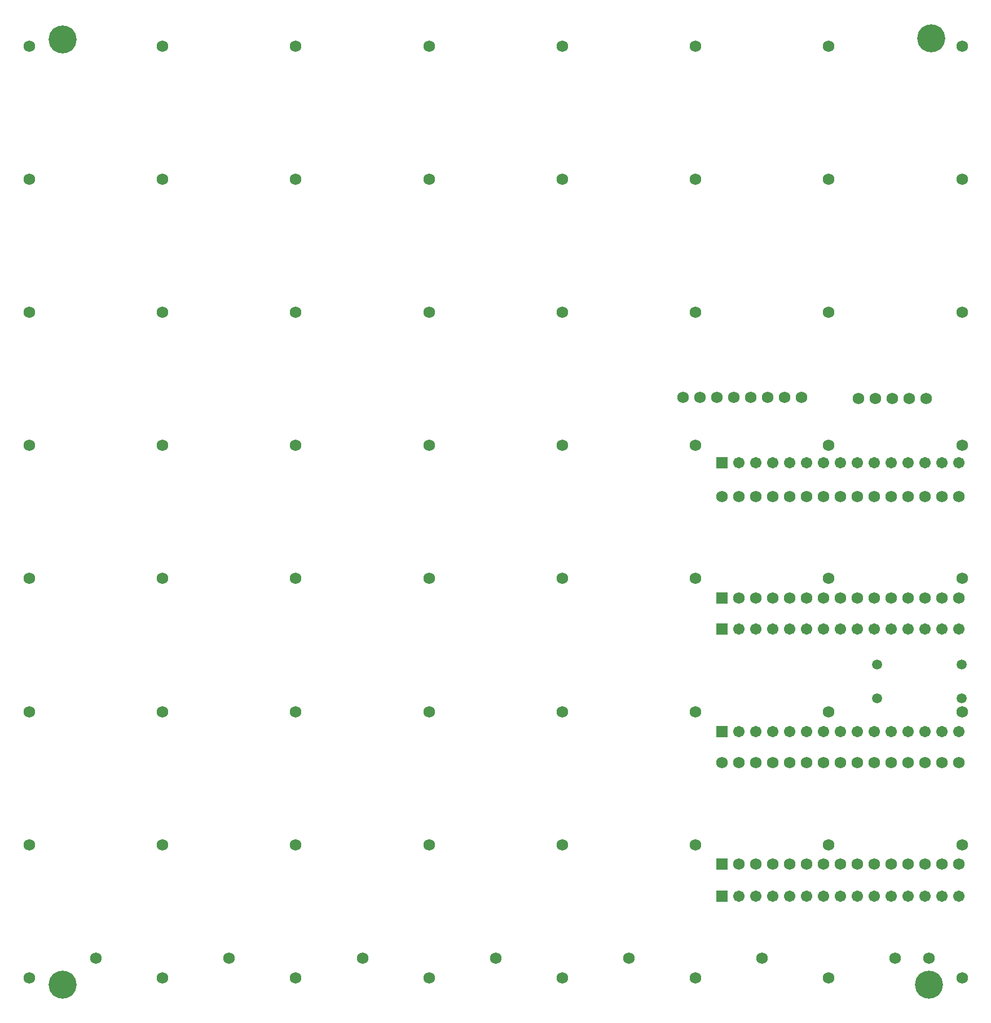
<source format=gbs>
G04 Layer_Color=16711935*
%FSLAX25Y25*%
%MOIN*%
G70*
G01*
G75*
%ADD32C,0.06800*%
%ADD33R,0.06800X0.06800*%
%ADD34R,0.06706X0.06706*%
%ADD35C,0.06706*%
%ADD36C,0.16548*%
%ADD37C,0.05918*%
D32*
X570866Y19685D02*
D03*
X492126D02*
D03*
X413386D02*
D03*
X334646D02*
D03*
X255906D02*
D03*
X177165D02*
D03*
X98425D02*
D03*
X19685D02*
D03*
X570866Y98425D02*
D03*
X492126D02*
D03*
X413386D02*
D03*
X334646D02*
D03*
X255906D02*
D03*
X177165D02*
D03*
X98425D02*
D03*
X19685D02*
D03*
X570866Y177165D02*
D03*
X492126D02*
D03*
X413386D02*
D03*
X334646D02*
D03*
X255906D02*
D03*
X177165D02*
D03*
X98425D02*
D03*
X19685D02*
D03*
X570866Y255906D02*
D03*
X492126D02*
D03*
X413386D02*
D03*
X334646D02*
D03*
X255906D02*
D03*
X177165D02*
D03*
X98425D02*
D03*
X19685D02*
D03*
X570866Y334646D02*
D03*
X492126D02*
D03*
X413386D02*
D03*
X334646D02*
D03*
X255906D02*
D03*
X177165D02*
D03*
X98425D02*
D03*
X19685D02*
D03*
X570866Y413386D02*
D03*
X492126D02*
D03*
X413386D02*
D03*
X334646D02*
D03*
X255906D02*
D03*
X177165D02*
D03*
X98425D02*
D03*
X19685D02*
D03*
X570866Y492126D02*
D03*
X492126D02*
D03*
X413386D02*
D03*
X334646D02*
D03*
X255906D02*
D03*
X177165D02*
D03*
X98425D02*
D03*
X19685D02*
D03*
X570866Y570866D02*
D03*
X492126D02*
D03*
X413386D02*
D03*
X334646D02*
D03*
X255906D02*
D03*
X177165D02*
D03*
X98425D02*
D03*
X19685D02*
D03*
X59055Y31496D02*
D03*
X137795D02*
D03*
X216535D02*
D03*
X295276D02*
D03*
X374016D02*
D03*
X452756D02*
D03*
X531496D02*
D03*
X551181D02*
D03*
X569000Y304500D02*
D03*
X559000D02*
D03*
X539000D02*
D03*
X529000D02*
D03*
X549000D02*
D03*
X519000D02*
D03*
X509000D02*
D03*
X499000D02*
D03*
X489000D02*
D03*
X479000D02*
D03*
X469000D02*
D03*
X459000D02*
D03*
X449000D02*
D03*
X439000D02*
D03*
X569000Y244500D02*
D03*
X559000D02*
D03*
X429000Y304500D02*
D03*
X439000Y244500D02*
D03*
X449000D02*
D03*
X459000D02*
D03*
X469000D02*
D03*
X479000D02*
D03*
X489000D02*
D03*
X499000D02*
D03*
X509000D02*
D03*
X519000D02*
D03*
X529000D02*
D03*
X539000D02*
D03*
X549000D02*
D03*
X476000Y363000D02*
D03*
X466000D02*
D03*
X456000D02*
D03*
X446000D02*
D03*
X436000D02*
D03*
X426000D02*
D03*
X416000D02*
D03*
X406000D02*
D03*
X529500Y362500D02*
D03*
X509500D02*
D03*
X519500D02*
D03*
X539500D02*
D03*
X549500D02*
D03*
X549000Y87000D02*
D03*
X539000D02*
D03*
X529000D02*
D03*
X519000D02*
D03*
X509000D02*
D03*
X499000D02*
D03*
X489000D02*
D03*
X479000D02*
D03*
X469000D02*
D03*
X459000D02*
D03*
X449000D02*
D03*
X439000D02*
D03*
X429000Y147000D02*
D03*
X559000Y87000D02*
D03*
X569000D02*
D03*
X439000Y147000D02*
D03*
X449000D02*
D03*
X459000D02*
D03*
X469000D02*
D03*
X479000D02*
D03*
X489000D02*
D03*
X499000D02*
D03*
X509000D02*
D03*
X519000D02*
D03*
X549000D02*
D03*
X529000D02*
D03*
X539000D02*
D03*
X559000D02*
D03*
X569000D02*
D03*
D33*
X429000Y244500D02*
D03*
Y87000D02*
D03*
D34*
Y68000D02*
D03*
Y165500D02*
D03*
Y226000D02*
D03*
Y324500D02*
D03*
D35*
X439000Y68000D02*
D03*
X449000D02*
D03*
X459000D02*
D03*
X469000D02*
D03*
X479000D02*
D03*
X489000D02*
D03*
X499000D02*
D03*
X509000D02*
D03*
X519000D02*
D03*
X529000D02*
D03*
X539000D02*
D03*
X549000D02*
D03*
X559000D02*
D03*
X569000D02*
D03*
X439000Y165500D02*
D03*
X449000D02*
D03*
X459000D02*
D03*
X469000D02*
D03*
X479000D02*
D03*
X489000D02*
D03*
X499000D02*
D03*
X509000D02*
D03*
X519000D02*
D03*
X529000D02*
D03*
X539000D02*
D03*
X549000D02*
D03*
X559000D02*
D03*
X569000D02*
D03*
X439000Y226000D02*
D03*
X449000D02*
D03*
X459000D02*
D03*
X469000D02*
D03*
X479000D02*
D03*
X489000D02*
D03*
X499000D02*
D03*
X509000D02*
D03*
X519000D02*
D03*
X529000D02*
D03*
X539000D02*
D03*
X549000D02*
D03*
X559000D02*
D03*
X569000D02*
D03*
X439000Y324500D02*
D03*
X449000D02*
D03*
X459000D02*
D03*
X469000D02*
D03*
X479000D02*
D03*
X489000D02*
D03*
X499000D02*
D03*
X509000D02*
D03*
X519000D02*
D03*
X529000D02*
D03*
X539000D02*
D03*
X549000D02*
D03*
X559000D02*
D03*
X569000D02*
D03*
D36*
X39370Y15748D02*
D03*
X551181D02*
D03*
X39370Y574803D02*
D03*
X552500Y575500D02*
D03*
D37*
X570500Y205000D02*
D03*
Y185000D02*
D03*
X520500Y205000D02*
D03*
Y185000D02*
D03*
M02*

</source>
